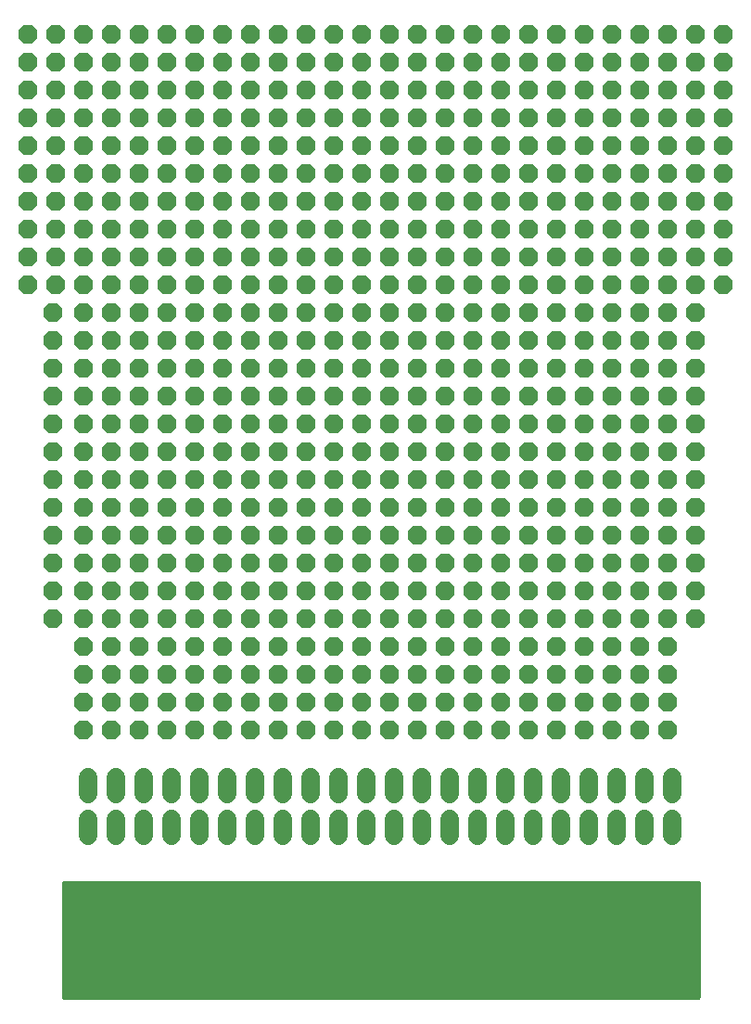
<source format=gbr>
G04 EAGLE Gerber RS-274X export*
G75*
%MOMM*%
%FSLAX34Y34*%
%LPD*%
%INSoldermask Top*%
%IPPOS*%
%AMOC8*
5,1,8,0,0,1.08239X$1,22.5*%
G01*
%ADD10C,1.727200*%
%ADD11C,1.545334*%
%ADD12P,1.869504X8X22.500000*%

G36*
X583202Y7877D02*
X583202Y7877D01*
X583220Y7875D01*
X583402Y7896D01*
X583585Y7915D01*
X583602Y7920D01*
X583619Y7922D01*
X583794Y7979D01*
X583970Y8033D01*
X583985Y8041D01*
X584002Y8047D01*
X584162Y8137D01*
X584324Y8225D01*
X584337Y8236D01*
X584353Y8245D01*
X584492Y8365D01*
X584633Y8482D01*
X584644Y8496D01*
X584658Y8508D01*
X584770Y8653D01*
X584885Y8796D01*
X584893Y8812D01*
X584904Y8826D01*
X584986Y8991D01*
X585071Y9153D01*
X585076Y9170D01*
X585084Y9187D01*
X585131Y9365D01*
X585182Y9540D01*
X585184Y9558D01*
X585188Y9575D01*
X585215Y9906D01*
X585215Y114046D01*
X585213Y114064D01*
X585215Y114082D01*
X585194Y114264D01*
X585175Y114447D01*
X585170Y114464D01*
X585168Y114481D01*
X585111Y114656D01*
X585057Y114832D01*
X585049Y114847D01*
X585043Y114864D01*
X584953Y115024D01*
X584865Y115186D01*
X584854Y115199D01*
X584845Y115215D01*
X584725Y115354D01*
X584608Y115495D01*
X584594Y115506D01*
X584582Y115520D01*
X584437Y115632D01*
X584294Y115747D01*
X584278Y115755D01*
X584264Y115766D01*
X584099Y115848D01*
X583937Y115933D01*
X583920Y115938D01*
X583904Y115946D01*
X583725Y115993D01*
X583550Y116044D01*
X583532Y116046D01*
X583515Y116050D01*
X583184Y116077D01*
X4064Y116077D01*
X4046Y116075D01*
X4028Y116077D01*
X3846Y116056D01*
X3663Y116037D01*
X3646Y116032D01*
X3629Y116030D01*
X3454Y115973D01*
X3278Y115919D01*
X3263Y115911D01*
X3246Y115905D01*
X3086Y115815D01*
X2924Y115727D01*
X2911Y115716D01*
X2895Y115707D01*
X2756Y115587D01*
X2615Y115470D01*
X2604Y115456D01*
X2591Y115444D01*
X2478Y115299D01*
X2363Y115156D01*
X2355Y115140D01*
X2344Y115126D01*
X2262Y114961D01*
X2177Y114799D01*
X2172Y114782D01*
X2164Y114766D01*
X2117Y114587D01*
X2066Y114412D01*
X2064Y114394D01*
X2060Y114377D01*
X2033Y114046D01*
X2033Y9906D01*
X2035Y9888D01*
X2033Y9870D01*
X2054Y9688D01*
X2073Y9505D01*
X2078Y9488D01*
X2080Y9471D01*
X2137Y9296D01*
X2191Y9120D01*
X2199Y9105D01*
X2205Y9088D01*
X2295Y8928D01*
X2383Y8766D01*
X2394Y8753D01*
X2403Y8737D01*
X2523Y8598D01*
X2640Y8457D01*
X2654Y8446D01*
X2666Y8433D01*
X2811Y8320D01*
X2954Y8205D01*
X2970Y8197D01*
X2984Y8186D01*
X3149Y8104D01*
X3311Y8019D01*
X3328Y8014D01*
X3345Y8006D01*
X3523Y7959D01*
X3698Y7908D01*
X3716Y7906D01*
X3733Y7902D01*
X4064Y7875D01*
X583184Y7875D01*
X583202Y7877D01*
G37*
D10*
X558800Y172720D02*
X558800Y157480D01*
X533400Y157480D02*
X533400Y172720D01*
X508000Y172720D02*
X508000Y157480D01*
X482600Y157480D02*
X482600Y172720D01*
X457200Y172720D02*
X457200Y157480D01*
X431800Y157480D02*
X431800Y172720D01*
X406400Y172720D02*
X406400Y157480D01*
X381000Y157480D02*
X381000Y172720D01*
X355600Y172720D02*
X355600Y157480D01*
X330200Y157480D02*
X330200Y172720D01*
X304800Y172720D02*
X304800Y157480D01*
X279400Y157480D02*
X279400Y172720D01*
X254000Y172720D02*
X254000Y157480D01*
X228600Y157480D02*
X228600Y172720D01*
X203200Y172720D02*
X203200Y157480D01*
X177800Y157480D02*
X177800Y172720D01*
X152400Y172720D02*
X152400Y157480D01*
X127000Y157480D02*
X127000Y172720D01*
X101600Y172720D02*
X101600Y157480D01*
X76200Y157480D02*
X76200Y172720D01*
X50800Y172720D02*
X50800Y157480D01*
X25400Y157480D02*
X25400Y172720D01*
X558800Y195580D02*
X558800Y210820D01*
X533400Y210820D02*
X533400Y195580D01*
X508000Y195580D02*
X508000Y210820D01*
X482600Y210820D02*
X482600Y195580D01*
X457200Y195580D02*
X457200Y210820D01*
X431800Y210820D02*
X431800Y195580D01*
X406400Y195580D02*
X406400Y210820D01*
X381000Y210820D02*
X381000Y195580D01*
X355600Y195580D02*
X355600Y210820D01*
X330200Y210820D02*
X330200Y195580D01*
X304800Y195580D02*
X304800Y210820D01*
X279400Y210820D02*
X279400Y195580D01*
X254000Y195580D02*
X254000Y210820D01*
X228600Y210820D02*
X228600Y195580D01*
X203200Y195580D02*
X203200Y210820D01*
X177800Y210820D02*
X177800Y195580D01*
X152400Y195580D02*
X152400Y210820D01*
X127000Y210820D02*
X127000Y195580D01*
X101600Y195580D02*
X101600Y210820D01*
X76200Y210820D02*
X76200Y195580D01*
X50800Y195580D02*
X50800Y210820D01*
X25400Y210820D02*
X25400Y195580D01*
D11*
X556620Y101240D02*
X560980Y101240D01*
X560980Y25760D01*
X556620Y25760D01*
X556620Y101240D01*
X556620Y40440D02*
X560980Y40440D01*
X560980Y55120D02*
X556620Y55120D01*
X556620Y69800D02*
X560980Y69800D01*
X560980Y84480D02*
X556620Y84480D01*
X556620Y99160D02*
X560980Y99160D01*
X535580Y101240D02*
X531220Y101240D01*
X535580Y101240D02*
X535580Y25760D01*
X531220Y25760D01*
X531220Y101240D01*
X531220Y40440D02*
X535580Y40440D01*
X535580Y55120D02*
X531220Y55120D01*
X531220Y69800D02*
X535580Y69800D01*
X535580Y84480D02*
X531220Y84480D01*
X531220Y99160D02*
X535580Y99160D01*
X510180Y101240D02*
X505820Y101240D01*
X510180Y101240D02*
X510180Y25760D01*
X505820Y25760D01*
X505820Y101240D01*
X505820Y40440D02*
X510180Y40440D01*
X510180Y55120D02*
X505820Y55120D01*
X505820Y69800D02*
X510180Y69800D01*
X510180Y84480D02*
X505820Y84480D01*
X505820Y99160D02*
X510180Y99160D01*
X484780Y101240D02*
X480420Y101240D01*
X484780Y101240D02*
X484780Y25760D01*
X480420Y25760D01*
X480420Y101240D01*
X480420Y40440D02*
X484780Y40440D01*
X484780Y55120D02*
X480420Y55120D01*
X480420Y69800D02*
X484780Y69800D01*
X484780Y84480D02*
X480420Y84480D01*
X480420Y99160D02*
X484780Y99160D01*
X459380Y101240D02*
X455020Y101240D01*
X459380Y101240D02*
X459380Y25760D01*
X455020Y25760D01*
X455020Y101240D01*
X455020Y40440D02*
X459380Y40440D01*
X459380Y55120D02*
X455020Y55120D01*
X455020Y69800D02*
X459380Y69800D01*
X459380Y84480D02*
X455020Y84480D01*
X455020Y99160D02*
X459380Y99160D01*
X433980Y101240D02*
X429620Y101240D01*
X433980Y101240D02*
X433980Y25760D01*
X429620Y25760D01*
X429620Y101240D01*
X429620Y40440D02*
X433980Y40440D01*
X433980Y55120D02*
X429620Y55120D01*
X429620Y69800D02*
X433980Y69800D01*
X433980Y84480D02*
X429620Y84480D01*
X429620Y99160D02*
X433980Y99160D01*
X408580Y101240D02*
X404220Y101240D01*
X408580Y101240D02*
X408580Y25760D01*
X404220Y25760D01*
X404220Y101240D01*
X404220Y40440D02*
X408580Y40440D01*
X408580Y55120D02*
X404220Y55120D01*
X404220Y69800D02*
X408580Y69800D01*
X408580Y84480D02*
X404220Y84480D01*
X404220Y99160D02*
X408580Y99160D01*
X383180Y101240D02*
X378820Y101240D01*
X383180Y101240D02*
X383180Y25760D01*
X378820Y25760D01*
X378820Y101240D01*
X378820Y40440D02*
X383180Y40440D01*
X383180Y55120D02*
X378820Y55120D01*
X378820Y69800D02*
X383180Y69800D01*
X383180Y84480D02*
X378820Y84480D01*
X378820Y99160D02*
X383180Y99160D01*
X357780Y101240D02*
X353420Y101240D01*
X357780Y101240D02*
X357780Y25760D01*
X353420Y25760D01*
X353420Y101240D01*
X353420Y40440D02*
X357780Y40440D01*
X357780Y55120D02*
X353420Y55120D01*
X353420Y69800D02*
X357780Y69800D01*
X357780Y84480D02*
X353420Y84480D01*
X353420Y99160D02*
X357780Y99160D01*
X332380Y101240D02*
X328020Y101240D01*
X332380Y101240D02*
X332380Y25760D01*
X328020Y25760D01*
X328020Y101240D01*
X328020Y40440D02*
X332380Y40440D01*
X332380Y55120D02*
X328020Y55120D01*
X328020Y69800D02*
X332380Y69800D01*
X332380Y84480D02*
X328020Y84480D01*
X328020Y99160D02*
X332380Y99160D01*
X306980Y101240D02*
X302620Y101240D01*
X306980Y101240D02*
X306980Y25760D01*
X302620Y25760D01*
X302620Y101240D01*
X302620Y40440D02*
X306980Y40440D01*
X306980Y55120D02*
X302620Y55120D01*
X302620Y69800D02*
X306980Y69800D01*
X306980Y84480D02*
X302620Y84480D01*
X302620Y99160D02*
X306980Y99160D01*
X281580Y101240D02*
X277220Y101240D01*
X281580Y101240D02*
X281580Y25760D01*
X277220Y25760D01*
X277220Y101240D01*
X277220Y40440D02*
X281580Y40440D01*
X281580Y55120D02*
X277220Y55120D01*
X277220Y69800D02*
X281580Y69800D01*
X281580Y84480D02*
X277220Y84480D01*
X277220Y99160D02*
X281580Y99160D01*
X256180Y101240D02*
X251820Y101240D01*
X256180Y101240D02*
X256180Y25760D01*
X251820Y25760D01*
X251820Y101240D01*
X251820Y40440D02*
X256180Y40440D01*
X256180Y55120D02*
X251820Y55120D01*
X251820Y69800D02*
X256180Y69800D01*
X256180Y84480D02*
X251820Y84480D01*
X251820Y99160D02*
X256180Y99160D01*
X230780Y101240D02*
X226420Y101240D01*
X230780Y101240D02*
X230780Y25760D01*
X226420Y25760D01*
X226420Y101240D01*
X226420Y40440D02*
X230780Y40440D01*
X230780Y55120D02*
X226420Y55120D01*
X226420Y69800D02*
X230780Y69800D01*
X230780Y84480D02*
X226420Y84480D01*
X226420Y99160D02*
X230780Y99160D01*
X205380Y101240D02*
X201020Y101240D01*
X205380Y101240D02*
X205380Y25760D01*
X201020Y25760D01*
X201020Y101240D01*
X201020Y40440D02*
X205380Y40440D01*
X205380Y55120D02*
X201020Y55120D01*
X201020Y69800D02*
X205380Y69800D01*
X205380Y84480D02*
X201020Y84480D01*
X201020Y99160D02*
X205380Y99160D01*
X179980Y101240D02*
X175620Y101240D01*
X179980Y101240D02*
X179980Y25760D01*
X175620Y25760D01*
X175620Y101240D01*
X175620Y40440D02*
X179980Y40440D01*
X179980Y55120D02*
X175620Y55120D01*
X175620Y69800D02*
X179980Y69800D01*
X179980Y84480D02*
X175620Y84480D01*
X175620Y99160D02*
X179980Y99160D01*
X154580Y101240D02*
X150220Y101240D01*
X154580Y101240D02*
X154580Y25760D01*
X150220Y25760D01*
X150220Y101240D01*
X150220Y40440D02*
X154580Y40440D01*
X154580Y55120D02*
X150220Y55120D01*
X150220Y69800D02*
X154580Y69800D01*
X154580Y84480D02*
X150220Y84480D01*
X150220Y99160D02*
X154580Y99160D01*
X129180Y101240D02*
X124820Y101240D01*
X129180Y101240D02*
X129180Y25760D01*
X124820Y25760D01*
X124820Y101240D01*
X124820Y40440D02*
X129180Y40440D01*
X129180Y55120D02*
X124820Y55120D01*
X124820Y69800D02*
X129180Y69800D01*
X129180Y84480D02*
X124820Y84480D01*
X124820Y99160D02*
X129180Y99160D01*
X103780Y101240D02*
X99420Y101240D01*
X103780Y101240D02*
X103780Y25760D01*
X99420Y25760D01*
X99420Y101240D01*
X99420Y40440D02*
X103780Y40440D01*
X103780Y55120D02*
X99420Y55120D01*
X99420Y69800D02*
X103780Y69800D01*
X103780Y84480D02*
X99420Y84480D01*
X99420Y99160D02*
X103780Y99160D01*
X78380Y101240D02*
X74020Y101240D01*
X78380Y101240D02*
X78380Y25760D01*
X74020Y25760D01*
X74020Y101240D01*
X74020Y40440D02*
X78380Y40440D01*
X78380Y55120D02*
X74020Y55120D01*
X74020Y69800D02*
X78380Y69800D01*
X78380Y84480D02*
X74020Y84480D01*
X74020Y99160D02*
X78380Y99160D01*
X52980Y101240D02*
X48620Y101240D01*
X52980Y101240D02*
X52980Y25760D01*
X48620Y25760D01*
X48620Y101240D01*
X48620Y40440D02*
X52980Y40440D01*
X52980Y55120D02*
X48620Y55120D01*
X48620Y69800D02*
X52980Y69800D01*
X52980Y84480D02*
X48620Y84480D01*
X48620Y99160D02*
X52980Y99160D01*
X27580Y101240D02*
X23220Y101240D01*
X27580Y101240D02*
X27580Y25760D01*
X23220Y25760D01*
X23220Y101240D01*
X23220Y40440D02*
X27580Y40440D01*
X27580Y55120D02*
X23220Y55120D01*
X23220Y69800D02*
X27580Y69800D01*
X27580Y84480D02*
X23220Y84480D01*
X23220Y99160D02*
X27580Y99160D01*
D12*
X555244Y431546D03*
X555244Y406146D03*
X555244Y380746D03*
X555244Y355346D03*
X555244Y329946D03*
X555244Y304546D03*
X555244Y279146D03*
X529844Y253746D03*
X555244Y253746D03*
X504444Y253746D03*
X529844Y279146D03*
X479044Y253746D03*
X529844Y304546D03*
X504444Y279146D03*
X453644Y253746D03*
X504444Y304546D03*
X479044Y279146D03*
X479044Y304546D03*
X453644Y279146D03*
X453644Y304546D03*
X428244Y304546D03*
X428244Y253746D03*
X428244Y279146D03*
X402844Y304546D03*
X402844Y253746D03*
X402844Y279146D03*
X377444Y304546D03*
X377444Y253746D03*
X377444Y279146D03*
X352044Y304546D03*
X352044Y253746D03*
X352044Y279146D03*
X326644Y304546D03*
X326644Y253746D03*
X326644Y279146D03*
X301244Y304546D03*
X301244Y253746D03*
X301244Y279146D03*
X275844Y304546D03*
X275844Y253746D03*
X275844Y279146D03*
X250444Y304546D03*
X250444Y253746D03*
X250444Y279146D03*
X225044Y304546D03*
X225044Y253746D03*
X225044Y279146D03*
X199644Y304546D03*
X199644Y253746D03*
X199644Y279146D03*
X174244Y304546D03*
X174244Y253746D03*
X174244Y279146D03*
X148844Y304546D03*
X148844Y253746D03*
X148844Y279146D03*
X123444Y304546D03*
X123444Y253746D03*
X123444Y279146D03*
X98044Y304546D03*
X98044Y253746D03*
X98044Y279146D03*
X72644Y304546D03*
X72644Y253746D03*
X72644Y279146D03*
X21844Y304546D03*
X47244Y304546D03*
X21844Y253746D03*
X47244Y253746D03*
X21844Y279146D03*
X47244Y279146D03*
X529844Y329946D03*
X504444Y329946D03*
X479044Y329946D03*
X453644Y329946D03*
X428244Y329946D03*
X402844Y329946D03*
X377444Y329946D03*
X352044Y329946D03*
X326644Y329946D03*
X301244Y329946D03*
X275844Y329946D03*
X250444Y329946D03*
X225044Y329946D03*
X199644Y329946D03*
X174244Y329946D03*
X148844Y329946D03*
X123444Y329946D03*
X98044Y329946D03*
X72644Y329946D03*
X21844Y329946D03*
X47244Y329946D03*
X529844Y355346D03*
X504444Y355346D03*
X479044Y355346D03*
X453644Y355346D03*
X428244Y355346D03*
X402844Y355346D03*
X377444Y355346D03*
X352044Y355346D03*
X326644Y355346D03*
X301244Y355346D03*
X275844Y355346D03*
X250444Y355346D03*
X225044Y355346D03*
X199644Y355346D03*
X174244Y355346D03*
X148844Y355346D03*
X123444Y355346D03*
X98044Y355346D03*
X72644Y355346D03*
X21844Y355346D03*
X47244Y355346D03*
X529844Y380746D03*
X504444Y380746D03*
X479044Y380746D03*
X453644Y380746D03*
X428244Y380746D03*
X402844Y380746D03*
X377444Y380746D03*
X352044Y380746D03*
X326644Y380746D03*
X301244Y380746D03*
X275844Y380746D03*
X250444Y380746D03*
X225044Y380746D03*
X199644Y380746D03*
X174244Y380746D03*
X148844Y380746D03*
X123444Y380746D03*
X98044Y380746D03*
X72644Y380746D03*
X21844Y380746D03*
X47244Y380746D03*
X529844Y406146D03*
X504444Y406146D03*
X479044Y406146D03*
X453644Y406146D03*
X428244Y406146D03*
X402844Y406146D03*
X377444Y406146D03*
X352044Y406146D03*
X326644Y406146D03*
X301244Y406146D03*
X275844Y406146D03*
X250444Y406146D03*
X225044Y406146D03*
X199644Y406146D03*
X174244Y406146D03*
X148844Y406146D03*
X123444Y406146D03*
X98044Y406146D03*
X72644Y406146D03*
X21844Y406146D03*
X47244Y406146D03*
X529844Y431546D03*
X504444Y431546D03*
X479044Y431546D03*
X453644Y431546D03*
X428244Y431546D03*
X402844Y431546D03*
X377444Y431546D03*
X352044Y431546D03*
X326644Y431546D03*
X250444Y431546D03*
X225044Y431546D03*
X199644Y431546D03*
X174244Y431546D03*
X148844Y431546D03*
X123444Y431546D03*
X98044Y431546D03*
X72644Y431546D03*
X21844Y431546D03*
X47244Y431546D03*
X555244Y812546D03*
X555244Y787146D03*
X555244Y761746D03*
X555244Y736346D03*
X555244Y710946D03*
X555244Y685546D03*
X555244Y660146D03*
X555244Y634746D03*
X555244Y609346D03*
X555244Y583946D03*
X555244Y558546D03*
X555244Y533146D03*
X555244Y507746D03*
X555244Y482346D03*
X529844Y456946D03*
X555244Y456946D03*
X504444Y456946D03*
X479044Y456946D03*
X453644Y456946D03*
X428244Y456946D03*
X402844Y456946D03*
X377444Y456946D03*
X352044Y456946D03*
X326644Y456946D03*
X250444Y456946D03*
X225044Y456946D03*
X199644Y456946D03*
X174244Y456946D03*
X148844Y456946D03*
X123444Y456946D03*
X98044Y456946D03*
X72644Y456946D03*
X21844Y456946D03*
X47244Y456946D03*
X529844Y482346D03*
X504444Y482346D03*
X479044Y482346D03*
X453644Y482346D03*
X428244Y482346D03*
X402844Y482346D03*
X377444Y482346D03*
X352044Y482346D03*
X326644Y482346D03*
X250444Y482346D03*
X275844Y482346D03*
X275844Y431546D03*
X275844Y456946D03*
X301244Y482346D03*
X301244Y431546D03*
X301244Y456946D03*
X225044Y482346D03*
X199644Y482346D03*
X174244Y482346D03*
X148844Y482346D03*
X123444Y482346D03*
X98044Y482346D03*
X72644Y482346D03*
X21844Y482346D03*
X47244Y482346D03*
X529844Y507746D03*
X504444Y507746D03*
X479044Y507746D03*
X453644Y507746D03*
X428244Y507746D03*
X402844Y507746D03*
X377444Y507746D03*
X352044Y507746D03*
X326644Y507746D03*
X301244Y507746D03*
X275844Y507746D03*
X250444Y507746D03*
X225044Y507746D03*
X199644Y507746D03*
X174244Y507746D03*
X148844Y507746D03*
X123444Y507746D03*
X98044Y507746D03*
X72644Y507746D03*
X21844Y507746D03*
X47244Y507746D03*
X529844Y533146D03*
X504444Y533146D03*
X479044Y533146D03*
X453644Y533146D03*
X428244Y533146D03*
X402844Y533146D03*
X377444Y533146D03*
X352044Y533146D03*
X326644Y533146D03*
X301244Y533146D03*
X275844Y533146D03*
X250444Y533146D03*
X225044Y533146D03*
X199644Y533146D03*
X174244Y533146D03*
X148844Y533146D03*
X123444Y533146D03*
X98044Y533146D03*
X72644Y533146D03*
X21844Y533146D03*
X47244Y533146D03*
X529844Y558546D03*
X504444Y558546D03*
X479044Y558546D03*
X453644Y558546D03*
X428244Y558546D03*
X402844Y558546D03*
X377444Y558546D03*
X352044Y558546D03*
X326644Y558546D03*
X301244Y558546D03*
X275844Y558546D03*
X250444Y558546D03*
X225044Y558546D03*
X199644Y558546D03*
X174244Y558546D03*
X148844Y558546D03*
X123444Y558546D03*
X98044Y558546D03*
X72644Y558546D03*
X21844Y558546D03*
X47244Y558546D03*
X529844Y583946D03*
X504444Y583946D03*
X479044Y583946D03*
X453644Y583946D03*
X428244Y583946D03*
X402844Y583946D03*
X377444Y583946D03*
X352044Y583946D03*
X326644Y583946D03*
X301244Y583946D03*
X275844Y583946D03*
X250444Y583946D03*
X225044Y583946D03*
X199644Y583946D03*
X174244Y583946D03*
X148844Y583946D03*
X123444Y583946D03*
X98044Y583946D03*
X72644Y583946D03*
X21844Y583946D03*
X47244Y583946D03*
X529844Y609346D03*
X504444Y609346D03*
X479044Y609346D03*
X453644Y609346D03*
X428244Y609346D03*
X402844Y609346D03*
X377444Y609346D03*
X352044Y609346D03*
X326644Y609346D03*
X301244Y609346D03*
X275844Y609346D03*
X250444Y609346D03*
X225044Y609346D03*
X199644Y609346D03*
X174244Y609346D03*
X148844Y609346D03*
X123444Y609346D03*
X98044Y609346D03*
X72644Y609346D03*
X21844Y609346D03*
X47244Y609346D03*
X529844Y634746D03*
X504444Y634746D03*
X479044Y634746D03*
X453644Y634746D03*
X428244Y634746D03*
X402844Y634746D03*
X377444Y634746D03*
X352044Y634746D03*
X326644Y634746D03*
X301244Y634746D03*
X275844Y634746D03*
X250444Y634746D03*
X225044Y634746D03*
X199644Y634746D03*
X174244Y634746D03*
X148844Y634746D03*
X123444Y634746D03*
X98044Y634746D03*
X72644Y634746D03*
X21844Y634746D03*
X47244Y634746D03*
X529844Y660146D03*
X504444Y660146D03*
X479044Y660146D03*
X453644Y660146D03*
X428244Y660146D03*
X402844Y660146D03*
X377444Y660146D03*
X352044Y660146D03*
X326644Y660146D03*
X301244Y660146D03*
X275844Y660146D03*
X250444Y660146D03*
X225044Y660146D03*
X199644Y660146D03*
X174244Y660146D03*
X148844Y660146D03*
X123444Y660146D03*
X98044Y660146D03*
X72644Y660146D03*
X47244Y660146D03*
X529844Y685546D03*
X504444Y685546D03*
X479044Y685546D03*
X453644Y685546D03*
X428244Y685546D03*
X402844Y685546D03*
X377444Y685546D03*
X352044Y685546D03*
X326644Y685546D03*
X301244Y685546D03*
X275844Y685546D03*
X250444Y685546D03*
X225044Y685546D03*
X199644Y685546D03*
X174244Y685546D03*
X148844Y685546D03*
X123444Y685546D03*
X98044Y685546D03*
X72644Y685546D03*
X21844Y660146D03*
X47244Y685546D03*
X529844Y710946D03*
X504444Y710946D03*
X479044Y710946D03*
X453644Y710946D03*
X428244Y710946D03*
X402844Y710946D03*
X377444Y710946D03*
X352044Y710946D03*
X326644Y710946D03*
X301244Y710946D03*
X275844Y710946D03*
X250444Y710946D03*
X225044Y710946D03*
X199644Y710946D03*
X174244Y710946D03*
X148844Y710946D03*
X123444Y710946D03*
X98044Y710946D03*
X72644Y710946D03*
X21844Y685546D03*
X47244Y710946D03*
X529844Y736346D03*
X504444Y736346D03*
X479044Y736346D03*
X453644Y736346D03*
X428244Y736346D03*
X402844Y736346D03*
X377444Y736346D03*
X352044Y736346D03*
X326644Y736346D03*
X301244Y736346D03*
X275844Y736346D03*
X250444Y736346D03*
X225044Y736346D03*
X199644Y736346D03*
X174244Y736346D03*
X148844Y736346D03*
X123444Y736346D03*
X98044Y736346D03*
X72644Y736346D03*
X21844Y710946D03*
X47244Y736346D03*
X529844Y812546D03*
X504444Y812546D03*
X479044Y812546D03*
X453644Y812546D03*
X428244Y812546D03*
X402844Y812546D03*
X377444Y812546D03*
X352044Y812546D03*
X326644Y812546D03*
X301244Y812546D03*
X275844Y812546D03*
X250444Y812546D03*
X225044Y812546D03*
X199644Y812546D03*
X174244Y812546D03*
X148844Y812546D03*
X123444Y812546D03*
X98044Y812546D03*
X72644Y812546D03*
X21844Y812546D03*
X47244Y812546D03*
X529844Y761746D03*
X504444Y761746D03*
X479044Y761746D03*
X453644Y761746D03*
X428244Y761746D03*
X402844Y761746D03*
X377444Y761746D03*
X352044Y761746D03*
X326644Y761746D03*
X301244Y761746D03*
X275844Y761746D03*
X250444Y761746D03*
X225044Y761746D03*
X199644Y761746D03*
X174244Y761746D03*
X148844Y761746D03*
X123444Y761746D03*
X98044Y761746D03*
X72644Y761746D03*
X21844Y736346D03*
X47244Y761746D03*
X529844Y787146D03*
X504444Y787146D03*
X479044Y787146D03*
X453644Y787146D03*
X428244Y787146D03*
X402844Y787146D03*
X377444Y787146D03*
X352044Y787146D03*
X326644Y787146D03*
X301244Y787146D03*
X275844Y787146D03*
X250444Y787146D03*
X225044Y787146D03*
X199644Y787146D03*
X174244Y787146D03*
X148844Y787146D03*
X123444Y787146D03*
X98044Y787146D03*
X72644Y787146D03*
X47244Y787146D03*
X21844Y761746D03*
X21844Y787146D03*
X555244Y888746D03*
X555244Y863346D03*
X555244Y837946D03*
X529844Y888746D03*
X504444Y888746D03*
X479044Y888746D03*
X453644Y888746D03*
X428244Y888746D03*
X402844Y888746D03*
X377444Y888746D03*
X352044Y888746D03*
X326644Y888746D03*
X301244Y888746D03*
X275844Y888746D03*
X250444Y888746D03*
X225044Y888746D03*
X199644Y888746D03*
X174244Y888746D03*
X148844Y888746D03*
X123444Y888746D03*
X98044Y888746D03*
X72644Y888746D03*
X21844Y888746D03*
X47244Y888746D03*
X529844Y837946D03*
X504444Y837946D03*
X479044Y837946D03*
X453644Y837946D03*
X428244Y837946D03*
X402844Y837946D03*
X377444Y837946D03*
X352044Y837946D03*
X326644Y837946D03*
X301244Y837946D03*
X275844Y837946D03*
X250444Y837946D03*
X225044Y837946D03*
X199644Y837946D03*
X174244Y837946D03*
X148844Y837946D03*
X123444Y837946D03*
X98044Y837946D03*
X72644Y837946D03*
X47244Y837946D03*
X529844Y863346D03*
X504444Y863346D03*
X479044Y863346D03*
X453644Y863346D03*
X428244Y863346D03*
X402844Y863346D03*
X377444Y863346D03*
X352044Y863346D03*
X326644Y863346D03*
X301244Y863346D03*
X275844Y863346D03*
X250444Y863346D03*
X225044Y863346D03*
X199644Y863346D03*
X174244Y863346D03*
X148844Y863346D03*
X123444Y863346D03*
X98044Y863346D03*
X72644Y863346D03*
X47244Y863346D03*
X21844Y837946D03*
X21844Y863346D03*
X-3556Y660146D03*
X-28956Y660146D03*
X-3556Y685546D03*
X-28956Y685546D03*
X-3556Y710946D03*
X-28956Y710946D03*
X-3556Y736346D03*
X-28956Y812546D03*
X-3556Y812546D03*
X-28956Y736346D03*
X-3556Y761746D03*
X-3556Y787146D03*
X-28956Y761746D03*
X-28956Y787146D03*
X-28956Y888746D03*
X-3556Y888746D03*
X-3556Y837946D03*
X-3556Y863346D03*
X-28956Y837946D03*
X-28956Y863346D03*
X606044Y660146D03*
X580644Y660146D03*
X606044Y685546D03*
X580644Y685546D03*
X606044Y710946D03*
X580644Y710946D03*
X606044Y736346D03*
X580644Y812546D03*
X606044Y812546D03*
X580644Y736346D03*
X606044Y761746D03*
X606044Y787146D03*
X580644Y761746D03*
X580644Y787146D03*
X580644Y888746D03*
X606044Y888746D03*
X606044Y837946D03*
X606044Y863346D03*
X580644Y837946D03*
X580644Y863346D03*
X-6096Y355346D03*
X-6096Y380746D03*
X-6096Y406146D03*
X-6096Y431546D03*
X-6096Y456946D03*
X-6096Y482346D03*
X-6096Y507746D03*
X-6096Y533146D03*
X-6096Y558546D03*
X-6096Y583946D03*
X-6096Y609346D03*
X-6096Y634746D03*
X580644Y355346D03*
X580644Y380746D03*
X580644Y406146D03*
X580644Y431546D03*
X580644Y456946D03*
X580644Y482346D03*
X580644Y507746D03*
X580644Y533146D03*
X580644Y558546D03*
X580644Y583946D03*
X580644Y609346D03*
X580644Y634746D03*
M02*

</source>
